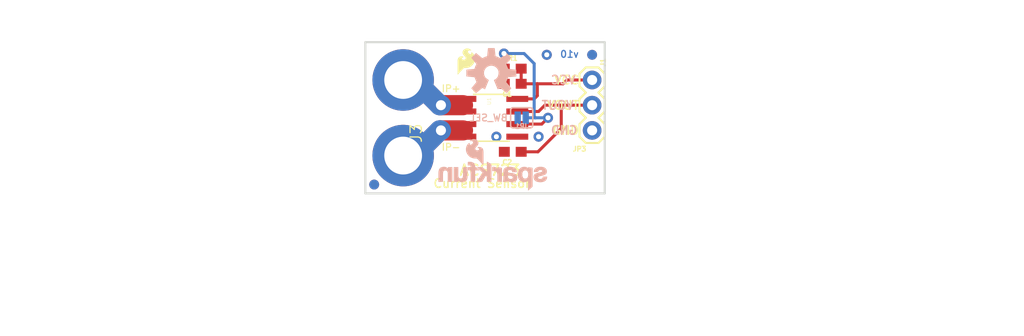
<source format=kicad_pcb>
(kicad_pcb (version 20211014) (generator pcbnew)
  (layers (0 "F.Cu" signal) (31 "B.Cu" signal) (34 "B.Paste" user) (35 "F.Paste" user) (36 "B.SilkS" user "B.Silkscreen") (37 "F.SilkS" user "F.Silkscreen") (38 "B.Mask" user) (39 "F.Mask" user) (44 "Edge.Cuts" user))
  (net 0 "")
  (net 1 "IP+")
  (net 2 "IP-")
  (net 3 "GND")
  (net 4 "VCC")
  (net 5 "N$1")
  (net 6 "BW_SEL")
  (footprint "boardEagle:STAND-OFF-TIGHT" (layer "F.Cu") (at 158.0261 110.0836)
    (fp_text reference "JP3" (at 0 -1.651) (layer "F.SilkS") (effects (font (size 0.48768 0.48768) (thickness 0.12192)) (justify bottom)))
    (fp_text value "STAND-OFFTIGHT")
    (pad "" np_thru_hole circle (at 0 0) (size 3.048 3.048) (drill 3.048) (layers *.Cu *.Mask))
  )
  (footprint "boardEagle:REVISION" (layer "F.Cu") (at 131.3561 126.5936)
    (fp_text reference "U$1" hide)
    (fp_text value "REVISION" hide)
  )
  (footprint "boardEagle:SMTSO-256-ET" (layer "F.Cu") (at 140.2461 108.8136)
    (fp_text reference "J4" hide)
    (fp_text value "" hide)
    (pad "P$1" thru_hole circle (at 0 0) (size 6.1976 6.1976) (drill 3.81) (layers *.Cu *.Mask) (net 2 "IP-"))
  )
  (footprint "boardEagle:FIDUCIAL-1X2" (layer "F.Cu") (at 159.2961 98.6536)
    (fp_text reference "FD4" hide)
    (fp_text value "FIDUCIAL1X2" hide)
    (pad "1" smd roundrect (at 0 0) (size 1 1) (layers "F.Cu" "F.Mask") (roundrect_rratio 0.5))
  )
  (footprint "boardEagle:CREATIVE_COMMONS" (layer "F.Cu") (at 119.9261 124.0536)
    (fp_text reference "FRAME1" hide)
    (fp_text value "FRAME-LETTER" hide)
  )
  (footprint "boardEagle:SO08" (layer "F.Cu") (at 149.1361 105.0036 -90)
    (fp_text reference "U1" (at -1.27 0 -90) (layer "F.SilkS") (effects (font (size 0.373888 0.373888) (thickness 0.032512)) (justify left bottom)))
    (fp_text value "ACS723")
    (fp_line (start -2.362 -1.803) (end -2.362 1.803) (layer "F.SilkS") (width 0.1524))
    (fp_line (start 2.362 1.803) (end 2.362 -1.803) (layer "F.SilkS") (width 0.1524))
    (fp_circle (center -2.7813 1.5748) (end -2.6377 1.5748) (layer "F.SilkS") (width 0.2032) (fill none))
    (pad "1" smd rect (at -1.905 2.6162 270) (size 0.6096 2.2098) (layers "F.Cu" "F.Paste" "F.Mask") (net 1 "IP+"))
    (pad "2" smd rect (at -0.635 2.6162 270) (size 0.6096 2.2098) (layers "F.Cu" "F.Paste" "F.Mask") (net 1 "IP+"))
    (pad "3" smd rect (at 0.635 2.6162 270) (size 0.6096 2.2098) (layers "F.Cu" "F.Paste" "F.Mask") (net 2 "IP-"))
    (pad "4" smd rect (at 1.905 2.6162 270) (size 0.6096 2.2098) (layers "F.Cu" "F.Paste" "F.Mask") (net 2 "IP-"))
    (pad "5" smd rect (at 1.905 -2.6162 270) (size 0.6096 2.2098) (layers "F.Cu" "F.Paste" "F.Mask") (net 3 "GND"))
    (pad "6" smd rect (at 0.635 -2.6162 270) (size 0.6096 2.2098) (layers "F.Cu" "F.Paste" "F.Mask") (net 6 "BW_SEL"))
    (pad "7" smd rect (at -0.635 -2.6162 270) (size 0.6096 2.2098) (layers "F.Cu" "F.Paste" "F.Mask") (net 5 "N$1"))
    (pad "8" smd rect (at -1.905 -2.6162 270) (size 0.6096 2.2098) (layers "F.Cu" "F.Paste" "F.Mask") (net 4 "VCC"))
  )
  (footprint "boardEagle:SFE_LOGO_FLAME_.1" (layer "F.Cu") (at 145.4531 100.9396)
    (fp_text reference "LOGO1" hide)
    (fp_text value "SFE_LOGO_FLAME.1_INCH" hide)
    (fp_poly (pts (xy 1.412844 -2.906175) (xy 1.560112 -2.832541) (xy 1.605026 -2.798855) (xy 1.681982 -2.7219) (xy 1.571006 -2.7219) (xy 1.551005 -2.7319) (xy 1.504689 -2.7319) (xy 1.468361 -2.722818) (xy 1.422477 -2.713641) (xy 1.39011 -2.697457) (xy 1.358081 -2.673436) (xy 1.343019 -2.650843) (xy 1.335288 -2.635381) (xy 1.3281 -2.613817) (xy 1.3281 -2.564689) (xy 1.335361 -2.535643) (xy 1.369607 -2.484275) (xy 1.425028 -2.428854) (xy 1.462016 -2.401113) (xy 1.489157 -2.383019) (xy 1.523301 -2.365947) (xy 1.594689 -2.3481) (xy 1.613817 -2.3481) (xy 1.629419 -2.353301) (xy 1.648687 -2.372569) (xy 1.654712 -2.384619) (xy 1.6619 -2.406183) (xy 1.6619 -2.558742) (xy 1.804838 -2.469406) (xy 1.890505 -2.373031) (xy 1.964662 -2.256498) (xy 2.016968 -2.099579) (xy 2.048309 -1.932428) (xy 2.037811 -1.753974) (xy 1.985628 -1.555678) (xy 1.881878 -1.368928) (xy 1.808618 -1.274737) (xy 1.726044 -1.192162) (xy 1.642524 -1.119083) (xy 1.536984 -1.055759) (xy 1.432127 -1.013816) (xy 1.318165 -0.982735) (xy 1.193153 -0.9619) (xy 1.003156 -0.9619) (xy 0.953397 -0.953607) (xy 0.863627 -0.899745) (xy 0.767974 -0.804092) (xy 0.647975 -0.664094) (xy 0.528159 -0.544277) (xy 0.478163 -0.484281) (xy 0.430255 -0.436373) (xy 0.400257 -0.386376) (xy 0.2819 -0.268018) (xy 0.2819 -1.732372) (xy 0.292559 -1.817641) (xy 0.314746 -1.895296) (xy 0.380852 -2.005474) (xy 0.436664 -2.050123) (xy 0.481171 -2.083503) (xy 0.539098 -2.106674) (xy 0.59313 -2.117481) (xy 0.656847 -2.1281) (xy 0.788994 -2.1281) (xy 0.884319 -2.080438) (xy 0.832569 -2.028687) (xy 0.784617 -2.004711) (xy 0.760581 -1.996699) (xy 0.713301 -1.949419) (xy 0.7081 -1.933817) (xy 0.7081 -1.906183) (xy 0.714532 -1.886888) (xy 0.729607 -1.864275) (xy 0.781412 -1.81247) (xy 0.820903 -1.796674) (xy 0.863772 -1.7881) (xy 0.935311 -1.7881) (xy 1.004357 -1.805361) (xy 1.053944 -1.83842) (xy 1.086004 -1.878495) (xy 1.1019 -1.926183) (xy 1.1019 -1.983091) (xy 1.077224 -2.048894) (xy 1.012268 -2.113851) (xy 0.931425 -2.204799) (xy 0.858661 -2.287958) (xy 0.804008 -2.386334) (xy 0.7819 -2.485818) (xy 0.7819 -2.576183) (xy 0.815289 -2.676349) (xy 0.871274 -2.765925) (xy 0.969046 -2.84197) (xy 1.087145 -2.906387) (xy 1.206565 -2.9281) (xy 1.314182 -2.9281)) (layer "F.SilkS") (width 0) (fill solid))
  )
  (footprint "boardEagle:FIDUCIAL-1X2" (layer "F.Cu") (at 137.3251 111.7346)
    (fp_text reference "FD2" hide)
    (fp_text value "FIDUCIAL1X2" hide)
    (pad "1" smd roundrect (at 0 0) (size 1 1) (layers "F.Cu" "F.Mask") (roundrect_rratio 0.5))
  )
  (footprint "boardEagle:SMTSO-256-ET" (layer "F.Cu") (at 140.2461 101.1936)
    (fp_text reference "J2" hide)
    (fp_text value "" hide)
    (pad "P$1" thru_hole circle (at 0 0) (size 6.1976 6.1976) (drill 3.81) (layers *.Cu *.Mask) (net 1 "IP+"))
  )
  (footprint "boardEagle:1X03" (layer "F.Cu") (at 159.2961 101.1936 -90)
    (fp_text reference "J1" (at -1.27 -1.397 -90) (layer "F.SilkS") (effects (font (size 0.48768 0.48768) (thickness 0.12192)) (justify left bottom)))
    (fp_text value "455-1750-1-ND")
    (fp_line (start -0.635 -1.27) (end -1.27 -0.635) (layer "F.SilkS") (width 0.2032))
    (fp_line (start 4.445 1.27) (end 3.81 0.635) (layer "F.SilkS") (width 0.2032))
    (fp_line (start 4.445 -1.27) (end 5.715 -1.27) (layer "F.SilkS") (width 0.2032))
    (fp_line (start 3.81 -0.635) (end 4.445 -1.27) (layer "F.SilkS") (width 0.2032))
    (fp_line (start 3.175 1.27) (end 1.905 1.27) (layer "F.SilkS") (width 0.2032))
    (fp_line (start 5.715 1.27) (end 4.445 1.27) (layer "F.SilkS") (width 0.2032))
    (fp_line (start 3.175 -1.27) (end 3.81 -0.635) (layer "F.SilkS") (width 0.2032))
    (fp_line (start -0.635 -1.27) (end 0.635 -1.27) (layer "F.SilkS") (width 0.2032))
    (fp_line (start 5.715 -1.27) (end 6.35 -0.635) (layer "F.SilkS") (width 0.2032))
    (fp_line (start 3.81 0.635) (end 3.175 1.27) (layer "F.SilkS") (width 0.2032))
    (fp_line (start 1.905 1.27) (end 1.27 0.635) (layer "F.SilkS") (width 0.2032))
    (fp_line (start -1.27 -0.635) (end -1.27 0.635) (layer "F.SilkS") (width 0.2032))
    (fp_line (start 1.27 0.635) (end 0.635 1.27) (layer "F.SilkS") (width 0.2032))
    (fp_line (start 6.35 0.635) (end 5.715 1.27) (layer "F.SilkS") (width 0.2032))
    (fp_line (start 6.35 -0.635) (end 6.35 0.635) (layer "F.SilkS") (width 0.2032))
    (fp_line (start 0.635 -1.27) (end 1.27 -0.635) (layer "F.SilkS") (width 0.2032))
    (fp_line (start 0.635 1.27) (end -0.635 1.27) (layer "F.SilkS") (width 0.2032))
    (fp_line (start -1.27 0.635) (end -0.635 1.27) (layer "F.SilkS") (width 0.2032))
    (fp_line (start 1.27 -0.635) (end 1.905 -1.27) (layer "F.SilkS") (width 0.2032))
    (fp_line (start 1.905 -1.27) (end 3.175 -1.27) (layer "F.SilkS") (width 0.2032))
    (pad "1" thru_hole circle (at 0 0) (size 1.8796 1.8796) (drill 1.016) (layers *.Cu *.Mask) (net 4 "VCC"))
    (pad "2" thru_hole circle (at 2.54 0) (size 1.8796 1.8796) (drill 1.016) (layers *.Cu *.Mask) (net 5 "N$1"))
    (pad "3" thru_hole circle (at 5.08 0) (size 1.8796 1.8796) (drill 1.016) (layers *.Cu *.Mask) (net 3 "GND"))
  )
  (footprint "boardEagle:0603" (layer "F.Cu") (at 151.2951 108.4326 180)
    (fp_text reference "C2" (at 0 -0.762 180) (layer "F.SilkS") (effects (font (size 0.48768 0.48768) (thickness 0.12192)) (justify right top)))
    (fp_text value "1nF")
    (pad "1" smd rect (at -0.85 0 180) (size 1.1 1) (layers "F.Cu" "F.Paste" "F.Mask") (net 5 "N$1"))
    (pad "2" smd rect (at 0.85 0 180) (size 1.1 1) (layers "F.Cu" "F.Paste" "F.Mask") (net 3 "GND"))
  )
  (footprint "boardEagle:0603" (layer "F.Cu") (at 151.2951 100.0506)
    (fp_text reference "R1" (at 0 -0.762) (layer "F.SilkS") (effects (font (size 0.48768 0.48768) (thickness 0.12192)) (justify bottom)))
    (fp_text value "4.7k")
    (pad "1" smd rect (at -0.85 0) (size 1.1 1) (layers "F.Cu" "F.Paste" "F.Mask") (net 6 "BW_SEL"))
    (pad "2" smd rect (at 0.85 0) (size 1.1 1) (layers "F.Cu" "F.Paste" "F.Mask") (net 4 "VCC"))
  )
  (footprint "boardEagle:1X02_NO_SILK@1" (layer "F.Cu") (at 144.0561 106.2736 90)
    (fp_text reference "J3" (at -1.3462 -1.8288 90) (layer "F.SilkS") (effects (font (size 1.143 1.143) (thickness 0.127)) (justify left bottom)))
    (fp_text value "")
    (pad "1" thru_hole circle (at 0 0 180) (size 1.8796 1.8796) (drill 1.016) (layers *.Cu *.Mask) (net 2 "IP-"))
    (pad "2" thru_hole circle (at 2.54 0 180) (size 1.8796 1.8796) (drill 1.016) (layers *.Cu *.Mask) (net 1 "IP+"))
  )
  (footprint "boardEagle:0603" (layer "F.Cu") (at 151.2951 101.5746 180)
    (fp_text reference "C1" (at 0 -0.762 180) (layer "F.SilkS") (effects (font (size 0.48768 0.48768) (thickness 0.12192)) (justify right top)))
    (fp_text value "0.1uF")
    (pad "1" smd rect (at -0.85 0 180) (size 1.1 1) (layers "F.Cu" "F.Paste" "F.Mask") (net 4 "VCC"))
    (pad "2" smd rect (at 0.85 0 180) (size 1.1 1) (layers "F.Cu" "F.Paste" "F.Mask") (net 3 "GND"))
  )
  (footprint "boardEagle:SFE_LOGO_NAME_FLAME_.1" (layer "B.Cu") (at 155.1686 112.3696 180)
    (fp_text reference "LOGO3" hide)
    (fp_text value "SFE_LOGO_NAME_FLAME.1_INCH" hide)
    (fp_poly (pts (xy 8.4081 2.903547) (xy 8.4081 2.5619) (xy 8.204689 2.5619) (xy 8.173301 2.554053) (xy 8.146088 2.540446) (xy 8.133019 2.520843) (xy 8.1281 2.511005) (xy 8.1281 2.47531) (xy 8.1181 2.435311) (xy 8.1181 2.3981) (xy 8.3881 2.3981) (xy 8.3881 2.0619) (xy 8.1181 2.0619) (xy 8.1181 0.9019) (xy 7.6619 0.9019) (xy 7.6619 2.0619) (xy 7.1957 2.0619) (xy 7.324972 2.158854) (xy 7.453059 2.286941) (xy 7.484974 2.318855) (xy 7.522786 2.347214) (xy 7.56095 2.3981) (xy 7.6619 2.3981) (xy 7.6619 2.566909) (xy 7.694634 2.654201) (xy 7.727171 2.730119) (xy 7.783868 2.798155) (xy 7.860287 2.852741) (xy 7.945902 2.895548) (xy 8.054408 2.9281) (xy 8.358994 2.9281)) (layer "B.SilkS") (width 0) (fill solid))
    (fp_poly (pts (xy 3.380845 1.667065) (xy 3.367792 1.484325) (xy 3.336403 1.348307) (xy 3.26984 1.188556) (xy 2.861991 1.380485) (xy 2.90275 1.489176) (xy 2.9119 1.562374) (xy 2.9119 1.679089)) (layer "B.SilkS") (width 0) (fill solid))
    (fp_poly (pts (xy 8.8881 1.562374) (xy 8.907709 1.405502) (xy 8.916055 1.355427) (xy 8.966003 1.288829) (xy 9.003942 1.266066) (xy 9.046852 1.257484) (xy 9.100786 1.248495) (xy 9.174498 1.257709) (xy 9.226603 1.266393) (xy 9.266373 1.290255) (xy 9.298687 1.322569) (xy 9.325428 1.376051) (xy 9.352861 1.440061) (xy 9.3619 1.512374) (xy 9.3619 2.3981) (xy 9.8281 2.3981) (xy 9.8281 0.9019) (xy 9.3819 0.9019) (xy 9.3819 1.033885) (xy 9.357107 1.002893) (xy 9.300649 0.957727) (xy 9.235621 0.925214) (xy 9.18311 0.904209) (xy 9.118789 0.882769) (xy 9.04585 0.872349) (xy 8.9818 0.861674) (xy 8.831979 0.872376) (xy 8.714139 0.915227) (xy 8.61813 0.968565) (xy 8.540015 1.035521) (xy 8.484692 1.135102) (xy 8.452895 1.241091) (xy 8.4319 1.356565) (xy 8.4319 2.3981) (xy 8.8881 2.3981)) (layer "B.SilkS") (width 0) (fill solid))
    (fp_poly (pts (xy 2.857823 2.417663) (xy 3.006845 2.364441) (xy 3.124841 2.289352) (xy 3.220441 2.18313) (xy 3.294903 2.066118) (xy 3.336905 1.929612) (xy 3.367832 1.785286) (xy 3.380795 1.590841) (xy 2.9119 1.602864) (xy 2.9119 1.727626) (xy 2.90275 1.800824) (xy 2.874631 1.875809) (xy 2.847172 1.93988) (xy 2.804269 1.991364) (xy 2.751775 2.02636) (xy 2.690183 2.052756) (xy 2.610264 2.061636) (xy 2.539176 2.05275) (xy 2.469061 2.026457) (xy 2.426805 1.992652) (xy 2.382828 1.93988) (xy 2.355369 1.875809) (xy 2.32725 1.800824) (xy 2.3181 1.727626) (xy 2.3181 1.564689) (xy 2.356222 1.412201) (xy 2.382128 1.351754) (xy 2.425723 1.308159) (xy 2.478207 1.264423) (xy 2.537389 1.247513) (xy 2.619736 1.238364) (xy 2.692996 1.247521) (xy 2.762304 1.264848) (xy 2.812652 1.306805) (xy 2.847019 1.349764) (xy 2.890523 1.451274) (xy 3.302811 1.257255) (xy 3.22082 1.106939) (xy 3.124827 1.010945) (xy 3.007641 0.92572) (xy 2.878619 0.882712) (xy 2.719372 0.861479) (xy 2.653736 0.872418) (xy 2.593736 0.882418) (xy 2.528085 0.89336) (xy 2.461652 0.926577) (xy 2.410398 0.95733) (xy 2.354526 0.990852) (xy 2.3281 1.023885) (xy 2.3281 0.008018) (xy 2.174549 0.161569) (xy 2.076199 0.240249) (xy 2.024551 0.281567) (xy 1.934549 0.371569) (xy 1.8719 0.421688) (xy 1.8719 2.319748) (xy 1.941639 2.337182) (xy 1.996227 2.3481) (xy 2.045311 2.3481) (xy 2.081639 2.357182) (xy 2.131643 2.367183) (xy 2.171639 2.377182) (xy 2.222528 2.38736) (xy 2.3181 2.406475) (xy 2.3181 2.281982) (xy 2.334551 2.298433) (xy 2.3882 2.341352) (xy 2.440398 2.37267) (xy 2.496601 2.406392) (xy 2.563736 2.417582) (xy 2.626847 2.4281) (xy 2.701269 2.4281)) (layer "B.SilkS") (width 0) (fill solid))
    (fp_poly (pts (xy 4.274375 1.55959) (xy 4.218994 1.5319) (xy 4.196183 1.5319) (xy 4.166183 1.5219) (xy 4.126183 1.5219) (xy 4.096183 1.5119) (xy 4.058995 1.5119) (xy 4.038994 1.5019) (xy 3.983743 1.5019) (xy 3.876874 1.782432) (xy 4.015793 1.797867) (xy 4.105203 1.807801) (xy 4.208628 1.822577)) (layer "B.SilkS") (width 0) (fill solid))
    (fp_poly (pts (xy 6.4881 1.944647) (xy 6.92377 2.3981) (xy 7.493235 2.3981) (xy 6.919019 1.834719) (xy 7.530534 0.9019) (xy 6.968776 0.9019) (xy 6.592048 1.510462) (xy 6.4881 1.413444) (xy 6.4881 0.9019) (xy 6.0219 0.9019) (xy 6.0219 2.702757) (xy 6.4881 2.953788)) (layer "B.SilkS") (width 0) (fill solid))
    (fp_poly (pts (xy 5.915782 2.4181) (xy 5.9481 2.4181) (xy 5.9481 1.9819) (xy 5.891006 1.9819) (xy 5.871005 1.9919) (xy 5.771901 1.9919) (xy 5.676548 1.982365) (xy 5.604341 1.964313) (xy 5.544869 1.930329) (xy 5.501417 1.878186) (xy 5.465367 1.8151) (xy 5.446948 1.75063) (xy 5.4281 1.665817) (xy 5.4281 0.9019) (xy 4.9619 0.9019) (xy 4.9619 2.321235) (xy 5.041643 2.337183) (xy 5.08531 2.3481) (xy 5.136228 2.3481) (xy 5.181643 2.357183) (xy 5.221639 2.367182) (xy 5.272528 2.37736) (xy 5.321643 2.387183) (xy 5.4081 2.408798) (xy 5.4081 2.218614) (xy 5.420487 2.234098) (xy 5.473194 2.297347) (xy 5.528518 2.341606) (xy 5.604373 2.384952) (xy 5.668737 2.406407) (xy 5.744664 2.4281) (xy 5.905782 2.4281)) (layer "B.SilkS") (width 0) (fill solid))
    (fp_poly (pts (xy 7.962717 5.195922) (xy 8.04525 5.164972) (xy 8.110112 5.132541) (xy 8.155026 5.098855) (xy 8.231982 5.0219) (xy 8.103817 5.0219) (xy 8.073817 5.0319) (xy 8.054689 5.0319) (xy 8.018361 5.022818) (xy 7.972477 5.013641) (xy 7.94011 4.997458) (xy 7.908081 4.973435) (xy 7.894532 4.953112) (xy 7.885289 4.925383) (xy 7.875288 4.905381) (xy 7.870161 4.89) (xy 7.876608 4.87066) (xy 7.885362 4.835643) (xy 7.903017 4.80916) (xy 7.921313 4.772569) (xy 7.944275 4.749607) (xy 7.972014 4.731115) (xy 8.012016 4.701113) (xy 8.039157 4.683019) (xy 8.108995 4.6481) (xy 8.163817 4.6481) (xy 8.183112 4.654532) (xy 8.197989 4.66445) (xy 8.2119 4.706183) (xy 8.2119 4.841647) (xy 8.353602 4.770796) (xy 8.440998 4.672476) (xy 8.514691 4.546144) (xy 8.566893 4.39998) (xy 8.598297 4.23249) (xy 8.587813 4.043773) (xy 8.5355 3.855448) (xy 8.431878 3.668928) (xy 8.358618 3.574737) (xy 8.276044 3.492162) (xy 8.192524 3.419083) (xy 8.086984 3.355759) (xy 7.982127 3.313816) (xy 7.868165 3.282735) (xy 7.743153 3.2619) (xy 7.553156 3.2619) (xy 7.503397 3.253607) (xy 7.461803 3.228651) (xy 7.366805 3.152652) (xy 7.318163 3.094281) (xy 7.189168 2.965286) (xy 7.13917 2.895289) (xy 7.078159 2.834277) (xy 7.028163 2.774281) (xy 6.978854 2.724972) (xy 6.948855 2.684974) (xy 6.919607 2.655725) (xy 6.890391 2.6119) (xy 6.8219 2.6119) (xy 6.8219 3.93211) (xy 6.832133 4.024207) (xy 6.842579 4.118219) (xy 6.864711 4.184617) (xy 6.896577 4.248348) (xy 6.93223 4.30777) (xy 6.988708 4.341656) (xy 7.031171 4.373503) (xy 7.08585 4.395375) (xy 7.139674 4.416905) (xy 7.206847 4.4281) (xy 7.29469 4.4281) (xy 7.334689 4.4181) (xy 7.358994 4.4181) (xy 7.434319 4.380438) (xy 7.382569 4.328687) (xy 7.334617 4.304711) (xy 7.310581 4.296699) (xy 7.279607 4.265725) (xy 7.264532 4.243112) (xy 7.2581 4.223817) (xy 7.2581 4.206183) (xy 7.265288 4.184619) (xy 7.281313 4.152569) (xy 7.304275 4.129607) (xy 7.327833 4.113902) (xy 7.370903 4.096674) (xy 7.413772 4.0881) (xy 7.485311 4.0881) (xy 7.554357 4.105361) (xy 7.603944 4.13842) (xy 7.636004 4.178495) (xy 7.6519 4.226183) (xy 7.6519 4.282181) (xy 7.627357 4.339448) (xy 7.561404 4.414823) (xy 7.481425 4.504799) (xy 7.408661 4.587958) (xy 7.354008 4.686334) (xy 7.3319 4.785818) (xy 7.3319 4.876183) (xy 7.365667 4.977483) (xy 7.421486 5.055631) (xy 7.517938 5.141365) (xy 7.637145 5.206387) (xy 7.756565 5.2281) (xy 7.866183 5.2281)) (layer "B.SilkS") (width 0) (fill solid))
    (fp_poly (pts (xy 4.323772 2.4181) (xy 4.383773 2.4181) (xy 4.440902 2.406674) (xy 4.490903 2.386674) (xy 4.540902 2.376674) (xy 4.598829 2.353503) (xy 4.64286 2.32048) (xy 4.68286 2.29048) (xy 4.727214 2.257214) (xy 4.762541 2.210112) (xy 4.784786 2.165621) (xy 4.806674 2.110902) (xy 4.8181 2.053773) (xy 4.8181 1.188995) (xy 4.8281 1.168994) (xy 4.8281 1.078995) (xy 4.8381 1.058994) (xy 4.8381 1.038995) (xy 4.8481 1.018994) (xy 4.8481 0.988995) (xy 4.851313 0.982569) (xy 4.8681 0.965782) (xy 4.8681 0.9019) (xy 4.4019 0.9019) (xy 4.4019 0.934218) (xy 4.3919 0.944218) (xy 4.3919 0.954218) (xy 4.3819 0.964218) (xy 4.3819 0.994218) (xy 4.38 0.996118) (xy 4.364273 0.980392) (xy 4.326889 0.955469) (xy 4.296888 0.945468) (xy 4.266889 0.925469) (xy 4.232048 0.913855) (xy 4.136183 0.8819) (xy 4.106183 0.8819) (xy 4.076183 0.8719) (xy 4.036183 0.8719) (xy 4.006183 0.8619) (xy 3.886227 0.8619) (xy 3.836228 0.8719) (xy 3.78531 0.8719) (xy 3.738251 0.883665) (xy 3.684379 0.905214) (xy 3.64084 0.926983) (xy 3.610843 0.946981) (xy 3.567431 0.968687) (xy 3.530392 1.005727) (xy 3.508887 1.037984) (xy 3.478885 1.077986) (xy 3.454118 1.115137) (xy 3.443641 1.167523) (xy 3.4219 1.211006) (xy 3.4219 1.266228) (xy 3.411214 1.31966) (xy 3.432999 1.43948) (xy 3.465048 1.535627) (xy 3.510194 1.614633) (xy 3.587954 1.681284) (xy 3.663755 1.724599) (xy 3.748654 1.756436) (xy 3.833246 1.777584) (xy 3.955105 1.791124) (xy 4.059753 1.516423) (xy 3.994619 1.494712) (xy 3.982569 1.488687) (xy 3.972569 1.478687) (xy 3.932569 1.458687) (xy 3.922569 1.448687) (xy 3.908398 1.441602) (xy 3.8881 1.401005) (xy 3.8881 1.381006) (xy 3.8781 1.361005) (xy 3.8781 1.326183) (xy 3.8881 1.296183) (xy 3.8881 1.278995) (xy 3.891313 1.272569) (xy 3.901313 1.262569) (xy 3.908398 1.248398) (xy 3.922569 1.241313) (xy 3.932569 1.231313) (xy 3.958995 1.2181) (xy 3.978994 1.2181) (xy 3.998995 1.2081) (xy 4.018994 1.2081) (xy 4.038995 1.1981) (xy 4.076228 1.1981) (xy 4.126227 1.2081) (xy 4.171005 1.2081) (xy 4.206702 1.225948) (xy 4.244357 1.235361) (xy 4.265725 1.249607) (xy 4.280393 1.264275) (xy 4.300392 1.294273) (xy 4.316699 1.310581) (xy 4.323855 1.332048) (xy 4.334711 1.364617) (xy 4.344712 1.384619) (xy 4.3519 1.406183) (xy 4.3519 1.568353) (xy 4.347039 1.565922) (xy 4.318994 1.5519) (xy 4.298995 1.5519) (xy 4.278994 1.5419) (xy 4.200252 1.5419) (xy 4.1341 1.80651) (xy 4.238735 1.836406) (xy 4.293987 1.854823) (xy 4.333997 1.878829) (xy 4.3519 1.9027) (xy 4.3519 1.991005) (xy 4.328687 2.037431) (xy 4.318687 2.047431) (xy 4.311602 2.061602) (xy 4.271005 2.0819) (xy 4.251006 2.0819) (xy 4.231005 2.0919) (xy 4.068995 2.0919) (xy 3.982569 2.048687) (xy 3.951313 2.017431) (xy 3.945288 2.005381) (xy 3.935289 1.975383) (xy 3.9281 1.961005) (xy 3.9281 1.8819) (xy 3.455024 1.8819) (xy 3.472418 1.986264) (xy 3.48291 2.049212) (xy 3.50581 2.117914) (xy 3.538344 2.161292) (xy 3.568341 2.211288) (xy 3.602786 2.257214) (xy 3.648712 2.291659) (xy 3.700398 2.32267) (xy 3.753016 2.354241) (xy 3.809098 2.376674) (xy 3.860201 2.386895) (xy 3.920788 2.40709) (xy 3.983148 2.417484) (xy 4.036227 2.4281) (xy 4.273773 2.4281)) (layer "B.SilkS") (width 0) (fill solid))
    (fp_poly (pts (xy 1.318909 2.407105) (xy 1.423264 2.375798) (xy 1.519412 2.333066) (xy 1.607214 2.267214) (xy 1.672541 2.180112) (xy 1.72664 2.071915) (xy 1.754976 1.9019) (xy 1.308765 1.9019) (xy 1.293326 1.979097) (xy 1.276098 2.022167) (xy 1.262526 2.042526) (xy 1.240843 2.056981) (xy 1.204375 2.075215) (xy 1.162662 2.0919) (xy 1.006183 2.0919) (xy 0.98066 2.083392) (xy 0.940665 2.073394) (xy 0.92445 2.067989) (xy 0.8981 2.028465) (xy 0.8981 2.004689) (xy 0.905096 1.976706) (xy 0.927214 1.947214) (xy 0.96011 1.922542) (xy 1.014619 1.895288) (xy 1.068469 1.877338) (xy 1.147009 1.86752) (xy 1.388733 1.807089) (xy 1.483895 1.785942) (xy 1.558903 1.74308) (xy 1.631815 1.701416) (xy 1.698636 1.645732) (xy 1.743641 1.578224) (xy 1.777243 1.499819) (xy 1.788424 1.399193) (xy 1.767087 1.260502) (xy 1.723873 1.141664) (xy 1.658089 1.053951) (xy 1.571411 0.978108) (xy 1.463664 0.924235) (xy 1.348165 0.892735) (xy 1.224722 0.872161) (xy 1.1 0.861768) (xy 0.975278 0.872161) (xy 0.851835 0.892735) (xy 0.736336 0.924235) (xy 0.628589 0.978108) (xy 0.542165 1.053729) (xy 0.466623 1.150855) (xy 0.423006 1.259898) (xy 0.39559 1.4381) (xy 0.8481 1.4381) (xy 0.8481 1.347338) (xy 0.863504 1.308829) (xy 0.887214 1.277214) (xy 0.955427 1.226055) (xy 1.00687 1.217481) (xy 1.056852 1.207484) (xy 1.108449 1.198885) (xy 1.14531 1.2081) (xy 1.185311 1.2081) (xy 1.216699 1.215947) (xy 1.24989 1.232542) (xy 1.284972 1.258854) (xy 1.305598 1.27948) (xy 1.320728 1.34) (xy 1.314053 1.366699) (xy 1.299944 1.394917) (xy 1.268708 1.418344) (xy 1.223987 1.445177) (xy 1.169335 1.463394) (xy 1.011643 1.502817) (xy 0.912131 1.522719) (xy 0.819125 1.543387) (xy 0.735799 1.574634) (xy 0.662989 1.605839) (xy 0.589958 1.647571) (xy 0.522526 1.692526) (xy 0.476359 1.761776) (xy 0.442757 1.840181) (xy 0.431724 1.939473) (xy 0.442506 2.068851) (xy 0.487042 2.180192) (xy 0.563128 2.267148) (xy 0.638766 2.33198) (xy 0.747525 2.386359) (xy 0.852856 2.407426) (xy 0.966565 2.4281) (xy 1.203435 2.4281)) (layer "B.SilkS") (width 0) (fill solid))
    (fp_poly (pts (xy 10.956431 2.417738) (xy 11.074473 2.385544) (xy 11.173168 2.330714) (xy 11.250009 2.253873) (xy 11.305022 2.165852) (xy 11.337105 2.058909) (xy 11.357837 1.944882) (xy 11.3681 1.811463) (xy 11.3681 0.9019) (xy 10.9019 0.9019) (xy 10.9019 1.737626) (xy 10.892233 1.814962) (xy 10.882349 1.88415) (xy 10.873607 1.936603) (xy 10.848344 1.978708) (xy 10.823997 2.011171) (xy 10.786058 2.033934) (xy 10.743148 2.042516) (xy 10.689214 2.051505) (xy 10.615502 2.042291) (xy 10.563397 2.033607) (xy 10.525475 2.010854) (xy 10.491349 1.968197) (xy 10.464001 1.922616) (xy 10.437244 1.860183) (xy 10.4281 1.77789) (xy 10.4281 0.9019) (xy 9.9619 0.9019) (xy 9.9619 2.3981) (xy 10.4081 2.3981) (xy 10.4081 2.261981) (xy 10.434551 2.288433) (xy 10.48749 2.330784) (xy 10.553111 2.374531) (xy 10.617952 2.396145) (xy 10.680788 2.41709) (xy 10.746847 2.4281) (xy 10.811359 2.4281)) (layer "B.SilkS") (width 0) (fill solid))
  )
  (footprint "boardEagle:SMT-JUMPER_2_NO_SILK" (layer "B.Cu") (at 152.1968 105.0036)
    (fp_text reference "JP1" (at 0 1.143 180) (layer "B.SilkS") (effects (font (size 0.48768 0.48768) (thickness 0.12192)) (justify bottom mirror)))
    (fp_text value "JUMPER-SMT_2_NO_SILK")
    (fp_line (start 1.1176 -0.762) (end 1.1176 0.762) (layer "B.SilkS") (width 0.1524))
    (fp_line (start -0.8636 1.016) (end 0.8636 1.016) (layer "B.SilkS") (width 0.1524))
    (fp_line (start 0.8636 -1.016) (end -0.8636 -1.016) (layer "B.SilkS") (width 0.1524))
    (fp_line (start -1.1176 -0.762) (end -1.1176 0.762) (layer "B.SilkS") (width 0.1524))
    (fp_arc (start -0.8636 1.016) (mid -1.043205 0.941605) (end -1.1176 0.762) (layer "B.SilkS") (width 0.1524))
    (fp_arc (start 0.8636 -1.016) (mid 1.043205 -0.941605) (end 1.1176 -0.762) (layer "B.SilkS") (width 0.1524))
    (fp_arc (start 1.1176 0.762) (mid 1.043205 0.941605) (end 0.8636 1.016) (layer "B.SilkS") (width 0.1524))
    (fp_arc (start -1.1176 -0.762) (mid -1.043205 -0.941605) (end -0.8636 -1.016) (layer "B.SilkS") (width 0.1524))
    (pad "1" smd rect (at -0.4064 0) (size 0.635 1.27) (layers "B.Cu" "B.Mask") (net 3 "GND"))
    (pad "2" smd rect (at 0.4064 0) (size 0.635 1.27) (layers "B.Cu" "B.Mask") (net 6 "BW_SEL"))
  )
  (footprint "boardEagle:FIDUCIAL-1X2" (layer "B.Cu") (at 159.2961 98.6536 180)
    (fp_text reference "FD3" hide)
    (fp_text value "FIDUCIAL1X2" hide)
    (pad "1" smd roundrect (at 0 0 180) (size 1 1) (layers "B.Cu" "B.Mask") (roundrect_rratio 0.5))
  )
  (footprint "boardEagle:FIDUCIAL-1X2" (layer "B.Cu") (at 137.3251 111.7346 180)
    (fp_text reference "FD5" hide)
    (fp_text value "FIDUCIAL1X2" hide)
    (pad "1" smd roundrect (at 0 0 180) (size 1 1) (layers "B.Cu" "B.Mask") (roundrect_rratio 0.5))
  )
  (footprint "boardEagle:OSHW-LOGO-M" (layer "B.Cu") (at 149.1361 100.4951 180)
    (fp_text reference "LOGO4" hide)
    (fp_text value "OSHW-LOGOM" hide)
    (fp_poly (pts (xy 0.421984 1.703379) (xy 0.672349 1.623252) (xy 0.90606 1.502896) (xy 1.541801 2.021281) (xy 2.021281 1.541801) (xy 1.502896 0.90606) (xy 1.623252 0.672349) (xy 1.703379 0.421984) (xy 2.5195 0.339128) (xy 2.5195 -0.339128) (xy 1.701192 -0.422206) (xy 1.501507 -0.904357) (xy 2.021281 -1.541801) (xy 1.541801 -2.021281) (xy 0.906068 -1.502902) (xy 0.638447 -1.640838) (xy 0.252208 -0.708395) (xy 0.558148 -0.489941) (xy 0.653393 -0.353574) (xy 0.716273 -0.197202) (xy 0.74229 -0.030679) (xy 0.730103 0.13742) (xy 0.680338 0.298457) (xy 0.595562 0.444123) (xy 0.480134 0.566933) (xy 0.339992 0.660569) (xy 0.182355 0.720206) (xy 0.015326 0.742779) (xy -0.152488 0.727124) (xy -0.312455 0.674047) (xy -0.456341 0.586279) (xy -0.576742 0.46834) (xy -0.667465 0.326293) (xy -0.723834 0.167454) (xy -0.742683 0.002358) (xy -0.660696 -0.339188) (xy -0.564944 -0.482489) (xy -0.436698 -0.601029) (xy -0.250843 -0.705099) (xy -0.637803 -1.639281) (xy -0.804474 -1.561941) (xy -0.906954 -1.503625) (xy -1.541801 -2.021281) (xy -2.021281 -1.541801) (xy -1.501507 -0.904357) (xy -1.701192 -0.422206) (xy -2.5195 -0.339128) (xy -2.5195 0.339128) (xy -1.701192 0.422206) (xy -1.501507 0.904357) (xy -2.021281 1.541801) (xy -1.541801 2.021281) (xy -0.90606 1.502896) (xy -0.672349 1.623252) (xy -0.421984 1.703379) (xy -0.339128 2.5195) (xy 0.339128 2.5195)) (layer "B.SilkS") (width 0) (fill solid))
  )
  (gr_line (start 136.4361 112.6236) (end 136.4361 97.3836) (layer "Edge.Cuts") (width 0.2032))
  (gr_line (start 136.4361 97.3836) (end 160.5661 97.3836) (layer "Edge.Cuts") (width 0.2032))
  (gr_line (start 160.5661 112.6236) (end 136.4361 112.6236) (layer "Edge.Cuts") (width 0.2032))
  (gr_line (start 160.5661 97.3836) (end 160.5661 112.6236) (layer "Edge.Cuts") (width 0.2032))
  (gr_text "v10" (at 158.0134 98.9965) (layer "B.Cu") (effects (font (size 0.69088 0.69088) (thickness 0.12192)) (justify left bottom mirror)))
  (gr_text "BW_SEL" (at 150.8633 105.41) (layer "B.SilkS") (effects (font (size 0.69088 0.69088) (thickness 0.12192)) (justify left bottom mirror)))
  (gr_text "GND" (at 155.0543 105.76306) (layer "B.SilkS") (effects (font (size 0.8636 0.8636) (thickness 0.1524)) (justify right top mirror)))
  (gr_text "VOUT" (at 154.1145 103.23576) (layer "B.SilkS") (effects (font (size 0.8636 0.8636) (thickness 0.1524)) (justify right top mirror)))
  (gr_text "VCC" (at 155.0543 100.68306) (layer "B.SilkS") (effects (font (size 0.8636 0.8636) (thickness 0.1524)) (justify right top mirror)))
  (gr_text "GND" (at 158.0642 105.7656) (layer "F.SilkS") (effects (font (size 0.8636 0.8636) (thickness 0.1524)) (justify right top)))
  (gr_text "ACS723" (at 145.8214 110.9218) (layer "F.SilkS") (effects (font (size 1.0795 1.0795) (thickness 0.1905)) (justify left bottom)))
  (gr_text "VCC" (at 158.0642 100.6856) (layer "F.SilkS") (effects (font (size 0.8636 0.8636) (thickness 0.1524)) (justify right top)))
  (gr_text "IP+" (at 144.0561 102.4636) (layer "F.SilkS") (effects (font (size 0.69088 0.69088) (thickness 0.12192)) (justify left bottom)))
  (gr_text "VOUT" (at 158.0642 103.2383) (layer "F.SilkS") (effects (font (size 0.8636 0.8636) (thickness 0.1524)) (justify right top)))
  (gr_text "IP-" (at 144.0561 108.3691) (layer "F.SilkS") (effects (font (size 0.69088 0.69088) (thickness 0.12192)) (justify left bottom)))
  (gr_text "Current Sensor" (at 143.2179 112.1283) (layer "F.SilkS") (effects (font (size 0.8636 0.8636) (thickness 0.1524)) (justify left bottom)))
  (segment (start 146.6469 104.2416) (end 146.5199 104.3686) (width 0.3048) (layer "F.Cu") (net 1))
  (segment (start 146.6469 103.2256) (end 146.5199 103.0986) (width 0.3048) (layer "F.Cu") (net 1))
  (segment (start 144.0561 103.7336) (end 146.2786 103.7336) (width 2.032) (layer "F.Cu") (net 1))
  (segment (start 146.6469 103.3653) (end 146.6469 103.2256) (width 0.3048) (layer "F.Cu") (net 1))
  (segment (start 140.2461 101.1936) (end 141.3891 101.1936) (width 2.032) (layer "F.Cu") (net 1))
  (segment (start 146.6469 104.1019) (end 146.6469 104.2416) (width 0.3048) (layer "F.Cu") (net 1))
  (segment (start 146.6469 104.1019) (end 146.2786 103.7336) (width 0.762) (layer "F.Cu") (net 1))
  (segment (start 146.6469 103.3653) (end 146.2786 103.7336) (width 0.762) (layer "F.Cu") (net 1))
  (segment (start 141.3891 101.1936) (end 143.9291 103.7336) (width 2.032) (layer "F.Cu") (net 1))
  (segment (start 143.9291 103.7336) (end 144.0561 103.7336) (width 1.778) (layer "F.Cu") (net 1))
  (segment (start 143.9291 103.7336) (end 144.0561 103.7336) (width 2.032) (layer "B.Cu") (net 1))
  (segment (start 141.3891 101.1936) (end 143.9291 103.7336) (width 2.032) (layer "B.Cu") (net 1))
  (segment (start 140.2461 101.1936) (end 141.3891 101.1936) (width 2.032) (layer "B.Cu") (net 1))
  (segment (start 143.9291 106.2736) (end 144.0561 106.2736) (width 1.778) (layer "F.Cu") (net 2))
  (segment (start 141.3891 108.8136) (end 143.9291 106.2736) (width 2.032) (layer "F.Cu") (net 2))
  (segment (start 146.6469 105.9053) (end 146.6469 105.7656) (width 0.3048) (layer "F.Cu") (net 2))
  (segment (start 146.6469 105.7656) (end 146.5199 105.6386) (width 0.3048) (layer "F.Cu") (net 2))
  (segment (start 144.0561 106.2736) (end 146.2786 106.2736) (width 2.032) (layer "F.Cu") (net 2))
  (segment (start 146.6469 106.6419) (end 146.6469 106.7816) (width 0.3048) (layer "F.Cu") (net 2))
  (segment (start 146.6469 106.6419) (end 146.2786 106.2736) (width 0.762) (layer "F.Cu") (net 2))
  (segment (start 146.6469 105.9053) (end 146.2786 106.2736) (width 0.762) (layer "F.Cu") (net 2))
  (segment (start 146.6469 106.7816) (end 146.5199 106.9086) (width 0.3048) (layer "F.Cu") (net 2))
  (segment (start 140.2461 108.8136) (end 141.3891 108.8136) (width 2.032) (layer "F.Cu") (net 2))
  (segment (start 140.2461 108.8136) (end 141.3891 108.8136) (width 2.032) (layer "B.Cu") (net 2))
  (segment (start 143.9291 106.2736) (end 141.3891 108.8136) (width 2.032) (layer "B.Cu") (net 2))
  (segment (start 144.0561 106.2736) (end 143.9291 106.2736) (width 2.032) (layer "B.Cu") (net 2))
  (via (at 149.6441 106.9086) (size 1.016) (drill 0.508) (layers "F.Cu" "B.Cu") (net 3))
  (via (at 154.7241 98.6536) (size 1.016) (drill 0.508) (layers "F.Cu" "B.Cu") (net 3))
  (via (at 153.8986 106.9086) (size 1.016) (drill 0.508) (layers "F.Cu" "B.Cu") (net 3))
  (segment (start 153.4541 103.0986) (end 153.7716 102.7811) (width 0.3048) (layer "F.Cu") (net 4))
  (segment (start 153.7716 101.5746) (end 152.1451 101.5746) (width 0.3048) (layer "F.Cu") (net 4))
  (segment (start 156.7561 101.1936) (end 159.2961 101.1936) (width 0.3048) (layer "F.Cu") (net 4))
  (segment (start 151.7523 103.0986) (end 153.4541 103.0986) (width 0.3048) (layer "F.Cu") (net 4))
  (segment (start 153.7716 102.7811) (end 153.7716 101.5746) (width 0.3048) (layer "F.Cu") (net 4))
  (segment (start 156.3751 101.5746) (end 156.7561 101.1936) (width 0.3048) (layer "F.Cu") (net 4))
  (segment (start 152.1451 100.0506) (end 152.1451 101.5746) (width 0.3048) (layer "F.Cu") (net 4))
  (segment (start 153.7716 101.5746) (end 156.3751 101.5746) (width 0.3048) (layer "F.Cu") (net 4))
  (segment (start 156.1846 103.7336) (end 159.2961 103.7336) (width 0.3048) (layer "F.Cu") (net 5))
  (segment (start 152.1451 108.4326) (end 153.8351 108.4326) (width 0.3048) (layer "F.Cu") (net 5))
  (segment (start 153.8986 104.3686) (end 154.5336 103.7336) (width 0.3048) (layer "F.Cu") (net 5))
  (segment (start 156.1846 106.0831) (end 156.1846 103.7336) (width 0.3048) (layer "F.Cu") (net 5))
  (segment (start 154.5336 103.7336) (end 156.1846 103.7336) (width 0.3048) (layer "F.Cu") (net 5))
  (segment (start 153.8351 108.4326) (end 156.1846 106.0831) (width 0.3048) (layer "F.Cu") (net 5))
  (segment (start 151.7523 104.3686) (end 153.8986 104.3686) (width 0.3048) (layer "F.Cu") (net 5))
  (segment (start 151.7523 105.6386) (end 154.2161 105.6386) (width 0.3048) (layer "F.Cu") (net 6))
  (segment (start 154.2161 105.6386) (end 154.8511 105.0036) (width 0.3048) (layer "F.Cu") (net 6))
  (segment (start 150.4061 98.5266) (end 150.4061 100.0116) (width 0.3048) (layer "F.Cu") (net 6))
  (segment (start 150.4061 100.0116) (end 150.4451 100.0506) (width 0.3048) (layer "F.Cu") (net 6))
  (via (at 150.4061 98.5266) (size 1.016) (drill 0.508) (layers "F.Cu" "B.Cu") (net 6))
  (via (at 154.8511 105.0036) (size 1.016) (drill 0.508) (layers "F.Cu" "B.Cu") (net 6))
  (segment (start 153.4541 99.5426) (end 152.4381 98.5266) (width 0.3048) (layer "B.Cu") (net 6))
  (segment (start 153.4541 104.8766) (end 153.5811 105.0036) (width 0.3048) (layer "B.Cu") (net 6))
  (segment (start 153.4541 99.5426) (end 153.4541 104.8766) (width 0.3048) (layer "B.Cu") (net 6))
  (segment (start 153.5811 105.0036) (end 154.8511 105.0036) (width 0.3048) (layer "B.Cu") (net 6))
  (segment (start 152.6032 105.0036) (end 153.5811 105.0036) (width 0.3048) (layer "B.Cu") (net 6))
  (segment (start 152.4381 98.5266) (end 150.4061 98.5266) (width 0.3048) (layer "B.Cu") (net 6))
)
</source>
